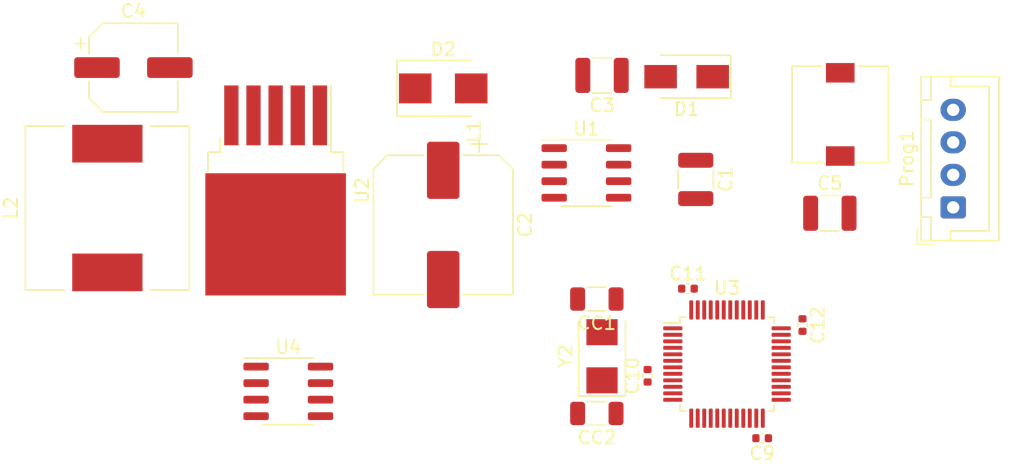
<source format=kicad_pcb>
(kicad_pcb (version 20211014) (generator pcbnew)
  (layers (0 "F.Cu" signal) (31 "B.Cu" signal) (34 "B.Paste" user) (35 "F.Paste" user) (36 "B.SilkS" user "B.Silkscreen") (37 "F.SilkS" user "F.Silkscreen") (38 "B.Mask" user) (39 "F.Mask" user) (44 "Edge.Cuts" user))
  (net 0 "")
  (net 1 "+12V")
  (net 2 "GND")
  (net 3 "+3V3")
  (net 4 "+5V")
  (net 5 "Net-(D1-Pad1)")
  (net 6 "/Out_pwr_indutor")
  (net 7 "Swclk")
  (net 8 "Swdio")
  (net 13 "/OSC-")
  (net 14 "/OSC+")
  (net 15 "PC13")
  (net 16 "PC14")
  (net 17 "PC15")
  (net 19 "SCK1")
  (net 20 "SDA1")
  (net 32 "CANRX")
  (net 33 "CANTX")
  (net 35 "CAN-")
  (net 46 "CAN+")
  (footprint "Capacitor_SMD:CP_Elec_6.3x5.4" (layer "F.Cu") (at 89.5 41.6)
    (property "Reference" "C8")
    (property "Value" "220uF")
    (fp_text reference "C4" (at 0 -4.35) (layer "F.SilkS"))
    (fp_text value "220uF")
    (fp_line (start -4.04375 -2.24125) (end -4.04375 -1.45375) (layer "F.SilkS") (width 0.12))
    (fp_line (start -3.41 2.345563) (end -3.41 1.06) (layer "F.SilkS") (width 0.12))
    (fp_line (start -3.41 -2.345563) (end -3.41 -1.06) (layer "F.SilkS") (width 0.12))
    (fp_line (start -4.4375 -1.8475) (end -3.65 -1.8475) (layer "F.SilkS") (width 0.12))
    (fp_line (start -2.345563 3.41) (end 3.41 3.41) (layer "F.SilkS") (width 0.12))
    (fp_line (start 3.41 3.41) (end 3.41 1.06) (layer "F.SilkS") (width 0.12))
    (fp_line (start -3.41 2.345563) (end -2.345563 3.41) (layer "F.SilkS") (width 0.12))
    (fp_line (start 3.41 -3.41) (end 3.41 -1.06) (layer "F.SilkS") (width 0.12))
    (fp_line (start -2.345563 -3.41) (end 3.41 -3.41) (layer "F.SilkS") (width 0.12))
    (fp_line (start -3.41 -2.345563) (end -2.345563 -3.41) (layer "F.SilkS") (width 0.12))
    (pad "1" smd roundrect (at -2.8 0) (size 3.5 1.6) (layers "F.Cu" "F.Paste" "F.Mask") (roundrect_rratio 0.15625) (net 4 "+5V"))
    (pad "2" smd roundrect (at 2.8 0) (size 3.5 1.6) (layers "F.Cu" "F.Paste" "F.Mask") (roundrect_rratio 0.15625) (net 2 "GND"))
  )
  (footprint "Capacitor_SMD:C_1206_3216Metric" (layer "F.Cu") (at 125.1 59.4 180)
    (fp_text reference "CC1" (at 0 -1.85) (layer "F.SilkS"))
    (fp_text value "33pF")
    (fp_line (start -0.711252 -0.91) (end 0.711252 -0.91) (layer "F.SilkS") (width 0.12))
    (fp_line (start -0.711252 0.91) (end 0.711252 0.91) (layer "F.SilkS") (width 0.12))
    (pad "1" smd roundrect (at -1.475 0 180) (size 1.15 1.8) (layers "F.Cu" "F.Paste" "F.Mask") (roundrect_rratio 0.217391) (net 13 "/OSC-"))
    (pad "2" smd roundrect (at 1.475 0 180) (size 1.15 1.8) (layers "F.Cu" "F.Paste" "F.Mask") (roundrect_rratio 0.217391) (net 2 "GND"))
  )
  (footprint "Capacitor_SMD:C_0402_1005Metric" (layer "F.Cu") (at 132.1 58.6)
    (fp_text reference "C11" (at 0 -1.16) (layer "F.SilkS"))
    (fp_text value "100µF")
    (fp_line (start -0.107836 -0.36) (end 0.107836 -0.36) (layer "F.SilkS") (width 0.12))
    (fp_line (start -0.107836 0.36) (end 0.107836 0.36) (layer "F.SilkS") (width 0.12))
    (pad "1" smd roundrect (at -0.48 0) (size 0.56 0.62) (layers "F.Cu" "F.Paste" "F.Mask") (net 3 "+3V3"))
    (pad "2" smd roundrect (at 0.48 0) (size 0.56 0.62) (layers "F.Cu" "F.Paste" "F.Mask") (net 2 "GND"))
  )
  (footprint "Diode_SMD:D_SMA" (layer "F.Cu") (at 132 42.3 180)
    (fp_text reference "D1" (at 0 -2.5) (layer "F.SilkS"))
    (fp_text value "D")
    (fp_line (start -3.4 1.65) (end 2 1.65) (layer "F.SilkS") (width 0.12))
    (fp_line (start -3.4 -1.65) (end -3.4 1.65) (layer "F.SilkS") (width 0.12))
    (fp_line (start -3.4 -1.65) (end 2 -1.65) (layer "F.SilkS") (width 0.12))
    (pad "1" smd rect (at -2 0 180) (size 2.5 1.8) (layers "F.Cu" "F.Paste" "F.Mask") (net 5 "Net-(D1-Pad1)"))
    (pad "2" smd rect (at 2 0 180) (size 2.5 1.8) (layers "F.Cu" "F.Paste" "F.Mask") (net 2 "GND"))
  )
  (footprint "Package_SO:SOIC-8_3.9x4.9mm_P1.27mm" (layer "F.Cu") (at 101.4 66.5)
    (fp_text reference "U4" (at 0 -3.4) (layer "F.SilkS"))
    (fp_text value "TJA1051T")
    (fp_line (start 0 -2.56) (end 1.95 -2.56) (layer "F.SilkS") (width 0.12))
    (fp_line (start 0 2.56) (end 1.95 2.56) (layer "F.SilkS") (width 0.12))
    (fp_line (start 0 -2.56) (end -3.45 -2.56) (layer "F.SilkS") (width 0.12))
    (fp_line (start 0 2.56) (end -1.95 2.56) (layer "F.SilkS") (width 0.12))
    (pad "1" smd roundrect (at -2.475 -1.905) (size 1.95 0.6) (layers "F.Cu" "F.Paste" "F.Mask") (net 33 "CANTX"))
    (pad "2" smd roundrect (at -2.475 -0.635) (size 1.95 0.6) (layers "F.Cu" "F.Paste" "F.Mask") (net 2 "GND"))
    (pad "3" smd roundrect (at -2.475 0.635) (size 1.95 0.6) (layers "F.Cu" "F.Paste" "F.Mask") (net 4 "+5V"))
    (pad "4" smd roundrect (at -2.475 1.905) (size 1.95 0.6) (layers "F.Cu" "F.Paste" "F.Mask") (net 32 "CANRX"))
    (pad "5" smd roundrect (at 2.475 1.905) (size 1.95 0.6) (layers "F.Cu" "F.Paste" "F.Mask"))
    (pad "6" smd roundrect (at 2.475 0.635) (size 1.95 0.6) (layers "F.Cu" "F.Paste" "F.Mask") (net 35 "CAN-"))
    (pad "7" smd roundrect (at 2.475 -0.635) (size 1.95 0.6) (layers "F.Cu" "F.Paste" "F.Mask") (net 46 "CAN+"))
    (pad "8" smd roundrect (at 2.475 -1.905) (size 1.95 0.6) (layers "F.Cu" "F.Paste" "F.Mask"))
  )
  (footprint "Crystal:Crystal_SMD_5032-2Pin_5.0x3.2mm" (layer "F.Cu") (at 125.5 63.8 90)
    (fp_text reference "Y2" (at 0 -2.8 90) (layer "F.SilkS"))
    (fp_text value "8Mhz")
    (fp_line (start -3.05 -1.8) (end -3.05 1.8) (layer "F.SilkS") (width 0.12))
    (fp_line (start 2.7 -1.8) (end -3.05 -1.8) (layer "F.SilkS") (width 0.12))
    (fp_line (start -3.05 1.8) (end 2.7 1.8) (layer "F.SilkS") (width 0.12))
    (pad "1" smd rect (at -1.85 0 90) (size 2 2.4) (layers "F.Cu" "F.Paste" "F.Mask") (net 14 "/OSC+"))
    (pad "2" smd rect (at 1.85 0 90) (size 2 2.4) (layers "F.Cu" "F.Paste" "F.Mask") (net 13 "/OSC-"))
  )
  (footprint "Capacitor_SMD:C_1210_3225Metric" (layer "F.Cu") (at 143 52.8)
    (fp_text reference "C5" (at 0 -2.3) (layer "F.SilkS"))
    (fp_text value "100uF")
    (fp_line (start -0.711252 1.36) (end 0.711252 1.36) (layer "F.SilkS") (width 0.12))
    (fp_line (start -0.711252 -1.36) (end 0.711252 -1.36) (layer "F.SilkS") (width 0.12))
    (pad "1" smd roundrect (at -1.475 0) (size 1.15 2.7) (layers "F.Cu" "F.Paste" "F.Mask") (roundrect_rratio 0.217391) (net 3 "+3V3"))
    (pad "2" smd roundrect (at 1.475 0) (size 1.15 2.7) (layers "F.Cu" "F.Paste" "F.Mask") (roundrect_rratio 0.217391) (net 2 "GND"))
  )
  (footprint "Capacitor_SMD:C_0402_1005Metric" (layer "F.Cu") (at 129 65.3 90)
    (fp_text reference "C10" (at 0 -1.16 90) (layer "F.SilkS"))
    (fp_text value "100µF")
    (fp_line (start -0.107836 -0.36) (end 0.107836 -0.36) (layer "F.SilkS") (width 0.12))
    (fp_line (start -0.107836 0.36) (end 0.107836 0.36) (layer "F.SilkS") (width 0.12))
    (pad "1" smd roundrect (at -0.48 0 90) (size 0.56 0.62) (layers "F.Cu" "F.Paste" "F.Mask") (net 3 "+3V3"))
    (pad "2" smd roundrect (at 0.48 0 90) (size 0.56 0.62) (layers "F.Cu" "F.Paste" "F.Mask") (net 2 "GND"))
  )
  (footprint "Diode_SMD:D_SMB" (layer "F.Cu") (at 113.3 43.2)
    (property "Reference" "D1")
    (property "Value" "1N5824")
    (fp_text reference "D2" (at 0 -3) (layer "F.SilkS"))
    (fp_text value "1N5824")
    (fp_line (start -3.55 2.15) (end 2.15 2.15) (layer "F.SilkS") (width 0.12))
    (fp_line (start -3.55 -2.15) (end 2.15 -2.15) (layer "F.SilkS") (width 0.12))
    (fp_line (start -3.55 -2.15) (end -3.55 2.15) (layer "F.SilkS") (width 0.12))
    (pad "1" smd rect (at -2.15 0) (size 2.5 2.3) (layers "F.Cu" "F.Paste" "F.Mask") (net 6 "/Out_pwr_indutor"))
    (pad "2" smd rect (at 2.15 0) (size 2.5 2.3) (layers "F.Cu" "F.Paste" "F.Mask") (net 2 "GND"))
  )
  (footprint "Package_QFP:LQFP-48_7x7mm_P0.5mm" (layer "F.Cu") (at 135.1 64.4)
    (fp_text reference "U3" (at 0 -5.85) (layer "F.SilkS"))
    (fp_text value "STM32F103C6Tx")
    (fp_line (start 3.16 -3.61) (end 3.61 -3.61) (layer "F.SilkS") (width 0.12))
    (fp_line (start 3.61 3.61) (end 3.61 3.16) (layer "F.SilkS") (width 0.12))
    (fp_line (start -3.61 -3.16) (end -4.9 -3.16) (layer "F.SilkS") (width 0.12))
    (fp_line (start -3.61 -3.61) (end -3.61 -3.16) (layer "F.SilkS") (width 0.12))
    (fp_line (start -3.16 -3.61) (end -3.61 -3.61) (layer "F.SilkS") (width 0.12))
    (fp_line (start 3.61 -3.61) (end 3.61 -3.16) (layer "F.SilkS") (width 0.12))
    (fp_line (start -3.16 3.61) (end -3.61 3.61) (layer "F.SilkS") (width 0.12))
    (fp_line (start 3.16 3.61) (end 3.61 3.61) (layer "F.SilkS") (width 0.12))
    (fp_line (start -3.61 3.61) (end -3.61 3.16) (layer "F.SilkS") (width 0.12))
    (pad "1" smd roundrect (at -4.1625 -2.75) (size 1.475 0.3) (layers "F.Cu" "F.Paste" "F.Mask"))
    (pad "2" smd roundrect (at -4.1625 -2.25) (size 1.475 0.3) (layers "F.Cu" "F.Paste" "F.Mask") (net 15 "PC13"))
    (pad "3" smd roundrect (at -4.1625 -1.75) (size 1.475 0.3) (layers "F.Cu" "F.Paste" "F.Mask") (net 16 "PC14"))
    (pad "4" smd roundrect (at -4.1625 -1.25) (size 1.475 0.3) (layers "F.Cu" "F.Paste" "F.Mask") (net 17 "PC15"))
    (pad "5" smd roundrect (at -4.1625 -0.75) (size 1.475 0.3) (layers "F.Cu" "F.Paste" "F.Mask") (net 13 "/OSC-"))
    (pad "6" smd roundrect (at -4.1625 -0.25) (size 1.475 0.3) (layers "F.Cu" "F.Paste" "F.Mask") (net 14 "/OSC+"))
    (pad "7" smd roundrect (at -4.1625 0.25) (size 1.475 0.3) (layers "F.Cu" "F.Paste" "F.Mask"))
    (pad "8" smd roundrect (at -4.1625 0.75) (size 1.475 0.3) (layers "F.Cu" "F.Paste" "F.Mask") (net 2 "GND"))
    (pad "9" smd roundrect (at -4.1625 1.25) (size 1.475 0.3) (layers "F.Cu" "F.Paste" "F.Mask") (net 3 "+3V3"))
    (pad "10" smd roundrect (at -4.1625 1.75) (size 1.475 0.3) (layers "F.Cu" "F.Paste" "F.Mask"))
    (pad "11" smd roundrect (at -4.1625 2.25) (size 1.475 0.3) (layers "F.Cu" "F.Paste" "F.Mask"))
    (pad "12" smd roundrect (at -4.1625 2.75) (size 1.475 0.3) (layers "F.Cu" "F.Paste" "F.Mask"))
    (pad "13" smd roundrect (at -2.75 4.1625) (size 0.3 1.475) (layers "F.Cu" "F.Paste" "F.Mask"))
    (pad "14" smd roundrect (at -2.25 4.1625) (size 0.3 1.475) (layers "F.Cu" "F.Paste" "F.Mask"))
    (pad "15" smd roundrect (at -1.75 4.1625) (size 0.3 1.475) (layers "F.Cu" "F.Paste" "F.Mask"))
    (pad "16" smd roundrect (at -1.25 4.1625) (size 0.3 1.475) (layers "F.Cu" "F.Paste" "F.Mask"))
    (pad "17" smd roundrect (at -0.75 4.1625) (size 0.3 1.475) (layers "F.Cu" "F.Paste" "F.Mask"))
    (pad "18" smd roundrect (at -0.25 4.1625) (size 0.3 1.475) (layers "F.Cu" "F.Paste" "F.Mask"))
    (pad "19" smd roundrect (at 0.25 4.1625) (size 0.3 1.475) (layers "F.Cu" "F.Paste" "F.Mask"))
    (pad "20" smd roundrect (at 0.75 4.1625) (size 0.3 1.475) (layers "F.Cu" "F.Paste" "F.Mask"))
    (pad "21" smd roundrect (at 1.25 4.1625) (size 0.3 1.475) (layers "F.Cu" "F.Paste" "F.Mask") (net 19 "SCK1"))
    (pad "22" smd roundrect (at 1.75 4.1625) (size 0.3 1.475) (layers "F.Cu" "F.Paste" "F.Mask") (net 20 "SDA1"))
    (pad "23" smd roundrect (at 2.25 4.1625) (size 0.3 1.475) (layers "F.Cu" "F.Paste" "F.Mask") (net 2 "GND"))
    (pad "24" smd roundrect (at 2.75 4.1625) (size 0.3 1.475) (layers "F.Cu" "F.Paste" "F.Mask") (net 3 "+3V3"))
    (pad "25" smd roundrect (at 4.1625 2.75) (size 1.475 0.3) (layers "F.Cu" "F.Paste" "F.Mask"))
    (pad "26" smd roundrect (at 4.1625 2.25) (size 1.475 0.3) (layers "F.Cu" "F.Paste" "F.Mask"))
    (pad "27" smd roundrect (at 4.1625 1.75) (size 1.475 0.3) (layers "F.Cu" "F.Paste" "F.Mask"))
    (pad "28" smd roundrect (at 4.1625 1.25) (size 1.475 0.3) (layers "F.Cu" "F.Paste" "F.Mask"))
    (pad "29" smd roundrect (at 4.1625 0.75) (size 1.475 0.3) (layers "F.Cu" "F.Paste" "F.Mask"))
    (pad "30" smd roundrect (at 4.1625 0.25) (size 1.475 0.3) (layers "F.Cu" "F.Paste" "F.Mask"))
    (pad "31" smd roundrect (at 4.1625 -0.25) (size 1.475 0.3) (layers "F.Cu" "F.Paste" "F.Mask"))
    (pad "32" smd roundrect (at 4.1625 -0.75) (size 1.475 0.3) (layers "F.Cu" "F.Paste" "F.Mask"))
    (pad "33" smd roundrect (at 4.1625 -1.25) (size 1.475 0.3) (layers "F.Cu" "F.Paste" "F.Mask"))
    (pad "34" smd roundrect (at 4.1625 -1.75) (size 1.475 0.3) (layers "F.Cu" "F.Paste" "F.Mask"))
    (pad "35" smd roundrect (at 4.1625 -2.25) (size 1.475 0.3) (layers "F.Cu" "F.Paste" "F.Mask") (net 2 "GND"))
    (pad "36" smd roundrect (at 4.1625 -2.75) (size 1.475 0.3) (layers "F.Cu" "F.Paste" "F.Mask") (net 3 "+3V3"))
    (pad "37" smd roundrect (at 2.75 -4.1625) (size 0.3 1.475) (layers "F.Cu" "F.Paste" "F.Mask"))
    (pad "38" smd roundrect (at 2.25 -4.1625) (size 0.3 1.475) (layers "F.Cu" "F.Paste" "F.Mask"))
    (pad "39" smd roundrect (at 1.75 -4.1625) (size 0.3 1.475) (layers "F.Cu" "F.Paste" "F.Mask"))
    (pad "40" smd roundrect (at 1.25 -4.1625) (size 0.3 1.475) (layers "F.Cu" "F.Paste" "F.Mask"))
    (pad "41" smd roundrect (at 0.75 -4.1625) (size 0.3 1.475) (layers "F.Cu" "F.Paste" "F.Mask"))
    (pad "42" smd roundrect (at 0.25 -4.1625) (size 0.3 1.475) (layers "F.Cu" "F.Paste" "F.Mask"))
    (pad "43" smd roundrect (at -0.25 -4.1625) (size 0.3 1.475) (layers "F.Cu" "F.Paste" "F.Mask"))
    (pad "44" smd roundrect (at -0.75 -4.1625) (size 0.3 1.475) (layers "F.Cu" "F.Paste" "F.Mask"))
    (pad "45" smd roundrect (at -1.25 -4.1625) (size 0.3 1.475) (layers "F.Cu" "F.Paste" "F.Mask") (net 32 "CANRX"))
    (pad "46" smd roundrect (at -1.75 -4.1625) (size 0.3 1.475) (layers "F.Cu" "F.Paste" "F.Mask") (net 33 "CANTX"))
    (pad "47" smd roundrect (at -2.25 -4.1625) (size 0.3 1.475) (layers "F.Cu" "F.Paste" "F.Mask") (net 2 "GND"))
    (pad "48" smd roundrect (at -2.75 -4.1625) (size 0.3 1.475) (layers "F.Cu" "F.Paste" "F.Mask") (net 3 "+3V3"))
  )
  (footprint "Package_SO:SOIC-8_3.9x4.9mm_P1.27mm" (layer "F.Cu") (at 124.3 49.7)
    (fp_text reference "U1" (at 0 -3.4) (layer "F.SilkS"))
    (fp_text value "LM2594M-3.3")
    (fp_line (start 0 2.56) (end 1.95 2.56) (layer "F.SilkS") (width 0.12))
    (fp_line (start 0 -2.56) (end -3.45 -2.56) (layer "F.SilkS") (width 0.12))
    (fp_line (start 0 2.56) (end -1.95 2.56) (layer "F.SilkS") (width 0.12))
    (fp_line (start 0 -2.56) (end 1.95 -2.56) (layer "F.SilkS") (width 0.12))
    (pad "1" smd roundrect (at -2.475 -1.905) (size 1.95 0.6) (layers "F.Cu" "F.Paste" "F.Mask"))
    (pad "2" smd roundrect (at -2.475 -0.635) (size 1.95 0.6) (layers "F.Cu" "F.Paste" "F.Mask"))
    (pad "3" smd roundrect (at -2.475 0.635) (size 1.95 0.6) (layers "F.Cu" "F.Paste" "F.Mask"))
    (pad "4" smd roundrect (at -2.475 1.905) (size 1.95 0.6) (layers "F.Cu" "F.Paste" "F.Mask") (net 3 "+3V3"))
    (pad "5" smd roundrect (at 2.475 1.905) (size 1.95 0.6) (layers "F.Cu" "F.Paste" "F.Mask") (net 2 "GND"))
    (pad "6" smd roundrect (at 2.475 0.635) (size 1.95 0.6) (layers "F.Cu" "F.Paste" "F.Mask") (net 2 "GND"))
    (pad "7" smd roundrect (at 2.475 -0.635) (size 1.95 0.6) (layers "F.Cu" "F.Paste" "F.Mask") (net 1 "+12V"))
    (pad "8" smd roundrect (at 2.475 -1.905) (size 1.95 0.6) (layers "F.Cu" "F.Paste" "F.Mask") (net 5 "Net-(D1-Pad1)"))
  )
  (footprint "Capacitor_SMD:C_0402_1005Metric" (layer "F.Cu") (at 137.8 70.1 180)
    (fp_text reference "C9" (at 0 -1.16) (layer "F.SilkS"))
    (fp_text value "100µF")
    (fp_line (start -0.107836 0.36) (end 0.107836 0.36) (layer "F.SilkS") (width 0.12))
    (fp_line (start -0.107836 -0.36) (end 0.107836 -0.36) (layer "F.SilkS") (width 0.12))
    (pad "1" smd roundrect (at -0.48 0 180) (size 0.56 0.62) (layers "F.Cu" "F.Paste" "F.Mask") (net 3 "+3V3"))
    (pad "2" smd roundrect (at 0.48 0 180) (size 0.56 0.62) (layers "F.Cu" "F.Paste" "F.Mask") (net 2 "GND"))
  )
  (footprint "Capacitor_SMD:C_1210_3225Metric" (layer "F.Cu") (at 132.7 50.2 -90)
    (fp_text reference "C1" (at 0 -2.3 90) (layer "F.SilkS"))
    (fp_text value "10uF")
    (fp_line (start -0.711252 1.36) (end 0.711252 1.36) (layer "F.SilkS") (width 0.12))
    (fp_line (start -0.711252 -1.36) (end 0.711252 -1.36) (layer "F.SilkS") (width 0.12))
    (pad "1" smd roundrect (at -1.475 0 270) (size 1.15 2.7) (layers "F.Cu" "F.Paste" "F.Mask") (roundrect_rratio 0.217391) (net 1 "+12V"))
    (pad "2" smd roundrect (at 1.475 0 270) (size 1.15 2.7) (layers "F.Cu" "F.Paste" "F.Mask") (roundrect_rratio 0.217391) (net 2 "GND"))
  )
  (footprint "Capacitor_SMD:C_1206_3216Metric" (layer "F.Cu") (at 125.1 68.2 180)
    (fp_text reference "CC2" (at 0 -1.85) (layer "F.SilkS"))
    (fp_text value "33pF")
    (fp_line (start -0.711252 -0.91) (end 0.711252 -0.91) (layer "F.SilkS") (width 0.12))
    (fp_line (start -0.711252 0.91) (end 0.711252 0.91) (layer "F.SilkS") (width 0.12))
    (pad "1" smd roundrect (at -1.475 0 180) (size 1.15 1.8) (layers "F.Cu" "F.Paste" "F.Mask") (roundrect_rratio 0.217391) (net 14 "/OSC+"))
    (pad "2" smd roundrect (at 1.475 0 180) (size 1.15 1.8) (layers "F.Cu" "F.Paste" "F.Mask") (roundrect_rratio 0.217391) (net 2 "GND"))
  )
  (footprint "Package_TO_SOT_SMD:TO-263-5_TabPin3" (layer "F.Cu") (at 100.425 51.05 -90)
    (fp_text reference "U2" (at 0 -6.65 90) (layer "F.SilkS"))
    (fp_text value "LM2596S-5")
    (fp_line (start -1.45 -5.2) (end -2.95 -5.2) (layer "F.SilkS") (width 0.12))
    (fp_line (start -2.95 5.2) (end -2.95 4.25) (layer "F.SilkS") (width 0.12))
    (fp_line (start -1.45 5.2) (end -2.95 5.2) (layer "F.SilkS") (width 0.12))
    (fp_line (start -2.95 -4.25) (end -8.075 -4.25) (layer "F.SilkS") (width 0.12))
    (fp_line (start -2.95 -5.2) (end -2.95 -4.25) (layer "F.SilkS") (width 0.12))
    (fp_line (start -2.95 4.25) (end -4.05 4.25) (layer "F.SilkS") (width 0.12))
    (pad "1" smd rect (at -5.775 -3.4 270) (size 4.6 1.1) (layers "F.Cu" "F.Paste" "F.Mask") (net 1 "+12V"))
    (pad "2" smd rect (at -5.775 -1.7 270) (size 4.6 1.1) (layers "F.Cu" "F.Paste" "F.Mask") (net 6 "/Out_pwr_indutor"))
    (pad "3" smd rect (at -5.775 0 270) (size 4.6 1.1) (layers "F.Cu" "F.Paste" "F.Mask") (net 2 "GND"))
    (pad "3" smd rect (at 3.375 0 270) (size 9.4 10.8) (layers "F.Cu" "F.Mask") (net 2 "GND"))
    (pad "4" smd rect (at -5.775 1.7 270) (size 4.6 1.1) (layers "F.Cu" "F.Paste" "F.Mask") (net 4 "+5V"))
    (pad "5" smd rect (at -5.775 3.4 270) (size 4.6 1.1) (layers "F.Cu" "F.Paste" "F.Mask") (net 2 "GND"))
  )
  (footprint "Inductor_SMD:L_12x12mm_H8mm" (layer "F.Cu") (at 87.5 52.4 90)
    (fp_text reference "L2" (at 0 -7.4 90) (layer "F.SilkS"))
    (fp_text value "33uH")
    (fp_line (start 6.3 3.3) (end 6.3 6.3) (layer "F.SilkS") (width 0.12))
    (fp_line (start -6.3 -6.3) (end 6.3 -6.3) (layer "F.SilkS") (width 0.12))
    (fp_line (start 6.3 -6.3) (end 6.3 -3.3) (layer "F.SilkS") (width 0.12))
    (fp_line (start -6.3 -3.3) (end -6.3 -6.3) (layer "F.SilkS") (width 0.12))
    (fp_line (start 6.3 6.3) (end -6.3 6.3) (layer "F.SilkS") (width 0.12))
    (fp_line (start -6.3 6.3) (end -6.3 3.3) (layer "F.SilkS") (width 0.12))
    (pad "1" smd rect (at -4.95 0 90) (size 2.9 5.4) (layers "F.Cu" "F.Paste" "F.Mask") (net 6 "/Out_pwr_indutor"))
    (pad "2" smd rect (at 4.95 0 90) (size 2.9 5.4) (layers "F.Cu" "F.Paste" "F.Mask") (net 4 "+5V"))
  )
  (footprint "Capacitor_SMD:CP_Elec_10x10.5" (layer "F.Cu") (at 113.3 53.7 -90)
    (property "Reference" "C7")
    (property "Value" "680uF")
    (fp_text reference "C2" (at 0 -6.3 90) (layer "F.SilkS"))
    (fp_text value "680uF")
    (fp_line (start -4.295563 5.36) (end 5.36 5.36) (layer "F.SilkS") (width 0.12))
    (fp_line (start -5.36 -4.295563) (end -5.36 -1.51) (layer "F.SilkS") (width 0.12))
    (fp_line (start -5.36 4.295563) (end -5.36 1.51) (layer "F.SilkS") (width 0.12))
    (fp_line (start 5.36 5.36) (end 5.36 1.51) (layer "F.SilkS") (width 0.12))
    (fp_line (start -6.225 -3.385) (end -6.225 -2.135) (layer "F.SilkS") (width 0.12))
    (fp_line (start -5.36 4.295563) (end -4.295563 5.36) (layer "F.SilkS") (width 0.12))
    (fp_line (start -4.295563 -5.36) (end 5.36 -5.36) (layer "F.SilkS") (width 0.12))
    (fp_line (start 5.36 -5.36) (end 5.36 -1.51) (layer "F.SilkS") (width 0.12))
    (fp_line (start -6.85 -2.76) (end -5.6 -2.76) (layer "F.SilkS") (width 0.12))
    (fp_line (start -5.36 -4.295563) (end -4.295563 -5.36) (layer "F.SilkS") (width 0.12))
    (pad "1" smd roundrect (at -4.2 0 270) (size 4.4 2.5) (layers "F.Cu" "F.Paste" "F.Mask") (roundrect_rratio 0.1) (net 1 "+12V"))
    (pad "2" smd roundrect (at 4.2 0 270) (size 4.4 2.5) (layers "F.Cu" "F.Paste" "F.Mask") (roundrect_rratio 0.1) (net 2 "GND"))
  )
  (footprint "Capacitor_SMD:C_0402_1005Metric" (layer "F.Cu") (at 140.9 61.4 -90)
    (fp_text reference "C12" (at 0 -1.16 90) (layer "F.SilkS"))
    (fp_text value "100µF")
    (fp_line (start -0.107836 0.36) (end 0.107836 0.36) (layer "F.SilkS") (width 0.12))
    (fp_line (start -0.107836 -0.36) (end 0.107836 -0.36) (layer "F.SilkS") (width 0.12))
    (pad "1" smd roundrect (at -0.48 0 270) (size 0.56 0.62) (layers "F.Cu" "F.Paste" "F.Mask") (net 3 "+3V3"))
    (pad "2" smd roundrect (at 0.48 0 270) (size 0.56 0.62) (layers "F.Cu" "F.Paste" "F.Mask") (net 2 "GND"))
  )
  (footprint "Capacitor_SMD:C_1210_3225Metric" (layer "F.Cu") (at 125.5 42.2 180)
    (fp_text reference "C3" (at 0 -2.3) (layer "F.SilkS"))
    (fp_text value "100uF")
    (fp_line (start -0.711252 -1.36) (end 0.711252 -1.36) (layer "F.SilkS") (width 0.12))
    (fp_line (start -0.711252 1.36) (end 0.711252 1.36) (layer "F.SilkS") (width 0.12))
    (pad "1" smd roundrect (at -1.475 0 180) (size 1.15 2.7) (layers "F.Cu" "F.Paste" "F.Mask") (roundrect_rratio 0.217391) (net 3 "+3V3"))
    (pad "2" smd roundrect (at 1.475 0 180) (size 1.15 2.7) (layers "F.Cu" "F.Paste" "F.Mask") (roundrect_rratio 0.217391) (net 2 "GND"))
  )
  (footprint "Inductor_SMD:L_7.3x7.3_H4.5" (layer "F.Cu") (at 143.8 45.2 -90)
    (fp_text reference "L1" (at 1.3 28.15 90) (layer "F.SilkS"))
    (fp_text value "100uH")
    (fp_line (start 3.7 -3.7) (end 3.7 -1.4) (layer "F.SilkS") (width 0.12))
    (fp_line (start 3.7 3.7) (end -3.7 3.7) (layer "F.SilkS") (width 0.12))
    (fp_line (start -3.7 -3.7) (end 3.7 -3.7) (layer "F.SilkS") (width 0.12))
    (fp_line (start -3.7 3.7) (end -3.7 1.4) (layer "F.SilkS") (width 0.12))
    (fp_line (start -3.7 -1.4) (end -3.7 -3.7) (layer "F.SilkS") (width 0.12))
    (fp_line (start 3.7 1.4) (end 3.7 3.7) (layer "F.SilkS") (width 0.12))
    (pad "1" smd rect (at -3.2 0 270) (size 1.5 2.2) (layers "F.Cu" "F.Paste" "F.Mask") (net 5 "Net-(D1-Pad1)"))
    (pad "2" smd rect (at 3.2 0 270) (size 1.5 2.2) (layers "F.Cu" "F.Paste" "F.Mask") (net 3 "+3V3"))
  )
  (footprint "Connector_JST:JST_XH_B4B-XH-A_1x04_P2.50mm_Vertical" (layer "F.Cu") (at 152.475 52.35 90)
    (fp_text reference "Prog1" (at 3.75 -3.55 90) (layer "F.SilkS"))
    (fp_text value "Conn_01x04_Female")
    (fp_line (start 10.05 -0.2) (end 9.3 -0.2) (layer "F.SilkS") (width 0.12))
    (fp_line (start 6.75 -2.45) (end 0.75 -2.45) (layer "F.SilkS") (width 0.12))
    (fp_line (start 0.75 -1.7) (end 6.75 -1.7) (layer "F.SilkS") (width 0.12))
    (fp_line (start -1.8 2.75) (end 3.75 2.75) (layer "F.SilkS") (width 0.12))
    (fp_line (start 9.3 -0.2) (end 9.3 2.75) (layer "F.SilkS") (width 0.12))
    (fp_line (start -1.8 -0.2) (end -1.8 2.75) (layer "F.SilkS") (width 0.12))
    (fp_line (start -0.75 -1.7) (end -0.75 -2.45) (layer "F.SilkS") (width 0.12))
    (fp_line (start -0.75 -2.45) (end -2.55 -2.45) (layer "F.SilkS") (width 0.12))
    (fp_line (start 8.25 -1.7) (end 10.05 -1.7) (layer "F.SilkS") (width 0.12))
    (fp_line (start 8.25 -2.45) (end 8.25 -1.7) (layer "F.SilkS") (width 0.12))
    (fp_line (start -2.56 -2.46) (end -2.56 3.51) (layer "F.SilkS") (width 0.12))
    (fp_line (start 9.3 2.75) (end 3.75 2.75) (layer "F.SilkS") (width 0.12))
    (fp_line (start 10.05 -2.45) (end 8.25 -2.45) (layer "F.SilkS") (width 0.12))
    (fp_line (start 10.05 -1.7) (end 10.05 -2.45) (layer "F.SilkS") (width 0.12))
    (fp_line (start -2.56 3.51) (end 10.06 3.51) (layer "F.SilkS") (width 0.12))
    (fp_line (start 10.06 3.51) (end 10.06 -2.46) (layer "F.SilkS") (width 0.12))
    (fp_line (start -1.6 -2.75) (end -2.85 -2.75) (layer "F.SilkS") (width 0.12))
    (fp_line (start -2.55 -0.2) (end -1.8 -0.2) (layer "F.SilkS") (width 0.12))
    (fp_line (start 10.06 -2.46) (end -2.56 -2.46) (layer "F.SilkS") (width 0.12))
    (fp_line (start -2.85 -2.75) (end -2.85 -1.5) (layer "F.SilkS") (width 0.12))
    (fp_line (start -2.55 -1.7) (end -0.75 -1.7) (layer "F.SilkS") (width 0.12))
    (fp_line (start -2.55 -2.45) (end -2.55 -1.7) (layer "F.SilkS") (width 0.12))
    (fp_line (start 0.75 -2.45) (end 0.75 -1.7) (layer "F.SilkS") (width 0.12))
    (fp_line (start 6.75 -1.7) (end 6.75 -2.45) (layer "F.SilkS") (width 0.12))
    (pad "1" thru_hole roundrect (at 0 0 90) (size 1.7 1.95) (drill 0.95) (layers *.Cu *.Mask) (roundrect_rratio 0.147059) (net 3 "+3V3"))
    (pad "2" thru_hole oval (at 2.5 0 90) (size 1.7 1.95) (drill 0.95) (layers *.Cu *.Mask) (net 7 "Swclk"))
    (pad "3" thru_hole oval (at 5 0 90) (size 1.7 1.95) (drill 0.95) (layers *.Cu *.Mask) (net 8 "Swdio"))
    (pad "4" thru_hole oval (at 7.5 0 90) (size 1.7 1.95) (drill 0.95) (layers *.Cu *.Mask) (net 2 "GND"))
  )
)
</source>
